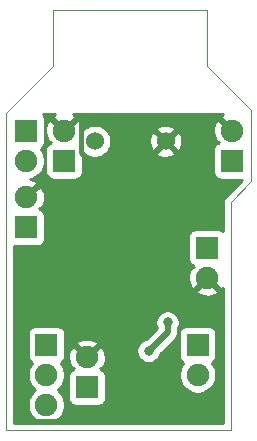
<source format=gbr>
%TF.GenerationSoftware,KiCad,Pcbnew,(5.0.0-rc3-dev)*%
%TF.CreationDate,2019-02-19T23:08:01+00:00*%
%TF.ProjectId,solar_breakout,736F6C61725F627265616B6F75742E6B,rev?*%
%TF.SameCoordinates,Original*%
%TF.FileFunction,Copper,L2,Bot,Signal*%
%TF.FilePolarity,Positive*%
%FSLAX46Y46*%
G04 Gerber Fmt 4.6, Leading zero omitted, Abs format (unit mm)*
G04 Created by KiCad (PCBNEW (5.0.0-rc3-dev)) date 02/19/19 23:08:01*
%MOMM*%
%LPD*%
G01*
G04 APERTURE LIST*
%ADD10C,0.010000*%
%ADD11C,1.524000*%
%ADD12C,1.900000*%
%ADD13R,1.900000X1.900000*%
%ADD14C,0.800000*%
%ADD15C,0.250000*%
%ADD16C,0.500000*%
%ADD17C,0.254000*%
G04 APERTURE END LIST*
D10*
X157700000Y-124300000D02*
X138700000Y-124300000D01*
X157700000Y-104950000D02*
X157700000Y-124300000D01*
X159450000Y-97200000D02*
X159450000Y-103200000D01*
X157700000Y-104950000D02*
X159450000Y-103200000D01*
X138700000Y-97450000D02*
X138700000Y-124300000D01*
X155700000Y-93450000D02*
X155700000Y-88700000D01*
X159450000Y-97200000D02*
X155700000Y-93450000D01*
X142700000Y-93450000D02*
X142700000Y-88700000D01*
X138700000Y-97450000D02*
X142700000Y-93450000D01*
X155700000Y-88700000D02*
X142700000Y-88700000D01*
D11*
X146200000Y-99822000D03*
X152200000Y-99822000D03*
D12*
X142100000Y-122140000D03*
X142100000Y-119600000D03*
D13*
X142100000Y-117060000D03*
D12*
X157800000Y-98930000D03*
D13*
X157800000Y-101470000D03*
X145542000Y-120650000D03*
D12*
X145542000Y-118110000D03*
X140400000Y-104571800D03*
D13*
X140400000Y-107111800D03*
D12*
X155702000Y-111379000D03*
D13*
X155702000Y-108839000D03*
D12*
X143600000Y-98930000D03*
D13*
X143600000Y-101470000D03*
X154900000Y-117060000D03*
D12*
X154900000Y-119600000D03*
D13*
X140400000Y-98930000D03*
D12*
X140400000Y-101470000D03*
D14*
X146737437Y-113837129D03*
X148590000Y-114935000D03*
X154051000Y-114046000D03*
X147066000Y-106045000D03*
X149225000Y-112395000D03*
X150154640Y-102232460D03*
X152062180Y-104968040D03*
X150749000Y-117559999D03*
X152361000Y-115159989D03*
D15*
X145112999Y-98455221D02*
X145112999Y-100767139D01*
X145112999Y-100767139D02*
X145569940Y-101224080D01*
X145277840Y-98290380D02*
X145112999Y-98455221D01*
X144917160Y-98160840D02*
X144917160Y-100835460D01*
X144917160Y-100835460D02*
X145186400Y-101104700D01*
D16*
X140957300Y-123591320D02*
X143121380Y-123591320D01*
X152361000Y-115947999D02*
X150749000Y-117559999D01*
X152361000Y-115159989D02*
X152361000Y-115947999D01*
D17*
G36*
X142769579Y-97570958D02*
X142679853Y-97830248D01*
X143600000Y-98750395D01*
X144520147Y-97830248D01*
X144430421Y-97570958D01*
X144358111Y-97536000D01*
X157034981Y-97536000D01*
X156969579Y-97570958D01*
X156879853Y-97830248D01*
X157800000Y-98750395D01*
X157814143Y-98736253D01*
X157993748Y-98915858D01*
X157979605Y-98930000D01*
X157993748Y-98944143D01*
X157814143Y-99123748D01*
X157800000Y-99109605D01*
X157785858Y-99123748D01*
X157606253Y-98944143D01*
X157620395Y-98930000D01*
X156700248Y-98009853D01*
X156440958Y-98099579D01*
X156305065Y-98380671D01*
X156226621Y-98682873D01*
X156208641Y-98994573D01*
X156251816Y-99303791D01*
X156354487Y-99598644D01*
X156440958Y-99760421D01*
X156700246Y-99850146D01*
X156626022Y-99924370D01*
X156605820Y-99930498D01*
X156495506Y-99989463D01*
X156398815Y-100068815D01*
X156319463Y-100165506D01*
X156260498Y-100275820D01*
X156224188Y-100395518D01*
X156211928Y-100520000D01*
X156211928Y-102420000D01*
X156224188Y-102544482D01*
X156260498Y-102664180D01*
X156319463Y-102774494D01*
X156398815Y-102871185D01*
X156495506Y-102950537D01*
X156605820Y-103009502D01*
X156725518Y-103045812D01*
X156850000Y-103058072D01*
X158686832Y-103058072D01*
X157269687Y-104475217D01*
X157245262Y-104495262D01*
X157165285Y-104592716D01*
X157105857Y-104703899D01*
X157070963Y-104818927D01*
X157069261Y-104824539D01*
X157056904Y-104950000D01*
X157060000Y-104981434D01*
X157060000Y-107402374D01*
X157006494Y-107358463D01*
X156896180Y-107299498D01*
X156776482Y-107263188D01*
X156652000Y-107250928D01*
X154752000Y-107250928D01*
X154627518Y-107263188D01*
X154507820Y-107299498D01*
X154397506Y-107358463D01*
X154300815Y-107437815D01*
X154221463Y-107534506D01*
X154162498Y-107644820D01*
X154126188Y-107764518D01*
X154113928Y-107889000D01*
X154113928Y-109789000D01*
X154126188Y-109913482D01*
X154162498Y-110033180D01*
X154221463Y-110143494D01*
X154300815Y-110240185D01*
X154397506Y-110319537D01*
X154507820Y-110378502D01*
X154528022Y-110384630D01*
X154602246Y-110458854D01*
X154342958Y-110548579D01*
X154207065Y-110829671D01*
X154128621Y-111131873D01*
X154110641Y-111443573D01*
X154153816Y-111752791D01*
X154256487Y-112047644D01*
X154342958Y-112209421D01*
X154602248Y-112299147D01*
X155522395Y-111379000D01*
X155508253Y-111364858D01*
X155687858Y-111185253D01*
X155702000Y-111199395D01*
X155716143Y-111185253D01*
X155895748Y-111364858D01*
X155881605Y-111379000D01*
X156801752Y-112299147D01*
X157060000Y-112209781D01*
X157060001Y-123660000D01*
X142572199Y-123660000D01*
X142850779Y-123544609D01*
X143110379Y-123371150D01*
X143331150Y-123150379D01*
X143504609Y-122890779D01*
X143624089Y-122602327D01*
X143685000Y-122296109D01*
X143685000Y-121983891D01*
X143624089Y-121677673D01*
X143504609Y-121389221D01*
X143331150Y-121129621D01*
X143110379Y-120908850D01*
X143052236Y-120870000D01*
X143110379Y-120831150D01*
X143331150Y-120610379D01*
X143504609Y-120350779D01*
X143624089Y-120062327D01*
X143685000Y-119756109D01*
X143685000Y-119443891D01*
X143624089Y-119137673D01*
X143504609Y-118849221D01*
X143331150Y-118589621D01*
X143324711Y-118583182D01*
X143404494Y-118540537D01*
X143501185Y-118461185D01*
X143580537Y-118364494D01*
X143639502Y-118254180D01*
X143663650Y-118174573D01*
X143950641Y-118174573D01*
X143993816Y-118483791D01*
X144096487Y-118778644D01*
X144182958Y-118940421D01*
X144442246Y-119030146D01*
X144368022Y-119104370D01*
X144347820Y-119110498D01*
X144237506Y-119169463D01*
X144140815Y-119248815D01*
X144061463Y-119345506D01*
X144002498Y-119455820D01*
X143966188Y-119575518D01*
X143953928Y-119700000D01*
X143953928Y-121600000D01*
X143966188Y-121724482D01*
X144002498Y-121844180D01*
X144061463Y-121954494D01*
X144140815Y-122051185D01*
X144237506Y-122130537D01*
X144347820Y-122189502D01*
X144467518Y-122225812D01*
X144592000Y-122238072D01*
X146492000Y-122238072D01*
X146616482Y-122225812D01*
X146736180Y-122189502D01*
X146846494Y-122130537D01*
X146943185Y-122051185D01*
X147022537Y-121954494D01*
X147081502Y-121844180D01*
X147117812Y-121724482D01*
X147130072Y-121600000D01*
X147130072Y-119700000D01*
X147117812Y-119575518D01*
X147081502Y-119455820D01*
X147022537Y-119345506D01*
X146943185Y-119248815D01*
X146846494Y-119169463D01*
X146736180Y-119110498D01*
X146715978Y-119104370D01*
X146641754Y-119030146D01*
X146901042Y-118940421D01*
X147036935Y-118659329D01*
X147115379Y-118357127D01*
X147133359Y-118045427D01*
X147090184Y-117736209D01*
X146993330Y-117458060D01*
X149714000Y-117458060D01*
X149714000Y-117661938D01*
X149753774Y-117861897D01*
X149831795Y-118050255D01*
X149945063Y-118219773D01*
X150089226Y-118363936D01*
X150258744Y-118477204D01*
X150447102Y-118555225D01*
X150647061Y-118594999D01*
X150850939Y-118594999D01*
X151050898Y-118555225D01*
X151239256Y-118477204D01*
X151408774Y-118363936D01*
X151552937Y-118219773D01*
X151666205Y-118050255D01*
X151744226Y-117861897D01*
X151755535Y-117805042D01*
X152956049Y-116604529D01*
X152989817Y-116576816D01*
X153022805Y-116536621D01*
X153100410Y-116442059D01*
X153182588Y-116288313D01*
X153182589Y-116288312D01*
X153233195Y-116121489D01*
X153234326Y-116110000D01*
X153311928Y-116110000D01*
X153311928Y-118010000D01*
X153324188Y-118134482D01*
X153360498Y-118254180D01*
X153419463Y-118364494D01*
X153498815Y-118461185D01*
X153595506Y-118540537D01*
X153675289Y-118583182D01*
X153668850Y-118589621D01*
X153495391Y-118849221D01*
X153375911Y-119137673D01*
X153315000Y-119443891D01*
X153315000Y-119756109D01*
X153375911Y-120062327D01*
X153495391Y-120350779D01*
X153668850Y-120610379D01*
X153889621Y-120831150D01*
X154149221Y-121004609D01*
X154437673Y-121124089D01*
X154743891Y-121185000D01*
X155056109Y-121185000D01*
X155362327Y-121124089D01*
X155650779Y-121004609D01*
X155910379Y-120831150D01*
X156131150Y-120610379D01*
X156304609Y-120350779D01*
X156424089Y-120062327D01*
X156485000Y-119756109D01*
X156485000Y-119443891D01*
X156424089Y-119137673D01*
X156304609Y-118849221D01*
X156131150Y-118589621D01*
X156124711Y-118583182D01*
X156204494Y-118540537D01*
X156301185Y-118461185D01*
X156380537Y-118364494D01*
X156439502Y-118254180D01*
X156475812Y-118134482D01*
X156488072Y-118010000D01*
X156488072Y-116110000D01*
X156475812Y-115985518D01*
X156439502Y-115865820D01*
X156380537Y-115755506D01*
X156301185Y-115658815D01*
X156204494Y-115579463D01*
X156094180Y-115520498D01*
X155974482Y-115484188D01*
X155850000Y-115471928D01*
X153950000Y-115471928D01*
X153825518Y-115484188D01*
X153705820Y-115520498D01*
X153595506Y-115579463D01*
X153498815Y-115658815D01*
X153419463Y-115755506D01*
X153360498Y-115865820D01*
X153324188Y-115985518D01*
X153311928Y-116110000D01*
X153234326Y-116110000D01*
X153246000Y-115991476D01*
X153246000Y-115991466D01*
X153250281Y-115948000D01*
X153246000Y-115904534D01*
X153246000Y-115698443D01*
X153278205Y-115650245D01*
X153356226Y-115461887D01*
X153396000Y-115261928D01*
X153396000Y-115058050D01*
X153356226Y-114858091D01*
X153278205Y-114669733D01*
X153164937Y-114500215D01*
X153020774Y-114356052D01*
X152851256Y-114242784D01*
X152662898Y-114164763D01*
X152462939Y-114124989D01*
X152259061Y-114124989D01*
X152059102Y-114164763D01*
X151870744Y-114242784D01*
X151701226Y-114356052D01*
X151557063Y-114500215D01*
X151443795Y-114669733D01*
X151365774Y-114858091D01*
X151326000Y-115058050D01*
X151326000Y-115261928D01*
X151365774Y-115461887D01*
X151433069Y-115624351D01*
X150503957Y-116553464D01*
X150447102Y-116564773D01*
X150258744Y-116642794D01*
X150089226Y-116756062D01*
X149945063Y-116900225D01*
X149831795Y-117069743D01*
X149753774Y-117258101D01*
X149714000Y-117458060D01*
X146993330Y-117458060D01*
X146987513Y-117441356D01*
X146901042Y-117279579D01*
X146641752Y-117189853D01*
X145721605Y-118110000D01*
X145735748Y-118124143D01*
X145556143Y-118303748D01*
X145542000Y-118289605D01*
X145527858Y-118303748D01*
X145348253Y-118124143D01*
X145362395Y-118110000D01*
X144442248Y-117189853D01*
X144182958Y-117279579D01*
X144047065Y-117560671D01*
X143968621Y-117862873D01*
X143950641Y-118174573D01*
X143663650Y-118174573D01*
X143675812Y-118134482D01*
X143688072Y-118010000D01*
X143688072Y-117010248D01*
X144621853Y-117010248D01*
X145542000Y-117930395D01*
X146462147Y-117010248D01*
X146372421Y-116750958D01*
X146091329Y-116615065D01*
X145789127Y-116536621D01*
X145477427Y-116518641D01*
X145168209Y-116561816D01*
X144873356Y-116664487D01*
X144711579Y-116750958D01*
X144621853Y-117010248D01*
X143688072Y-117010248D01*
X143688072Y-116110000D01*
X143675812Y-115985518D01*
X143639502Y-115865820D01*
X143580537Y-115755506D01*
X143501185Y-115658815D01*
X143404494Y-115579463D01*
X143294180Y-115520498D01*
X143174482Y-115484188D01*
X143050000Y-115471928D01*
X141150000Y-115471928D01*
X141025518Y-115484188D01*
X140905820Y-115520498D01*
X140795506Y-115579463D01*
X140698815Y-115658815D01*
X140619463Y-115755506D01*
X140560498Y-115865820D01*
X140524188Y-115985518D01*
X140511928Y-116110000D01*
X140511928Y-118010000D01*
X140524188Y-118134482D01*
X140560498Y-118254180D01*
X140619463Y-118364494D01*
X140698815Y-118461185D01*
X140795506Y-118540537D01*
X140875289Y-118583182D01*
X140868850Y-118589621D01*
X140695391Y-118849221D01*
X140575911Y-119137673D01*
X140515000Y-119443891D01*
X140515000Y-119756109D01*
X140575911Y-120062327D01*
X140695391Y-120350779D01*
X140868850Y-120610379D01*
X141089621Y-120831150D01*
X141147764Y-120870000D01*
X141089621Y-120908850D01*
X140868850Y-121129621D01*
X140695391Y-121389221D01*
X140575911Y-121677673D01*
X140515000Y-121983891D01*
X140515000Y-122296109D01*
X140575911Y-122602327D01*
X140695391Y-122890779D01*
X140868850Y-123150379D01*
X141089621Y-123371150D01*
X141349221Y-123544609D01*
X141627801Y-123660000D01*
X139340000Y-123660000D01*
X139340000Y-112478752D01*
X154781853Y-112478752D01*
X154871579Y-112738042D01*
X155152671Y-112873935D01*
X155454873Y-112952379D01*
X155766573Y-112970359D01*
X156075791Y-112927184D01*
X156370644Y-112824513D01*
X156532421Y-112738042D01*
X156622147Y-112478752D01*
X155702000Y-111558605D01*
X154781853Y-112478752D01*
X139340000Y-112478752D01*
X139340000Y-108689038D01*
X139450000Y-108699872D01*
X141350000Y-108699872D01*
X141474482Y-108687612D01*
X141594180Y-108651302D01*
X141704494Y-108592337D01*
X141801185Y-108512985D01*
X141880537Y-108416294D01*
X141939502Y-108305980D01*
X141975812Y-108186282D01*
X141988072Y-108061800D01*
X141988072Y-106161800D01*
X141975812Y-106037318D01*
X141939502Y-105917620D01*
X141880537Y-105807306D01*
X141801185Y-105710615D01*
X141704494Y-105631263D01*
X141594180Y-105572298D01*
X141573978Y-105566170D01*
X141499754Y-105491946D01*
X141759042Y-105402221D01*
X141894935Y-105121129D01*
X141973379Y-104818927D01*
X141991359Y-104507227D01*
X141948184Y-104198009D01*
X141845513Y-103903156D01*
X141759042Y-103741379D01*
X141499752Y-103651653D01*
X140579605Y-104571800D01*
X140593748Y-104585943D01*
X140414143Y-104765548D01*
X140400000Y-104751405D01*
X140385858Y-104765548D01*
X140206253Y-104585943D01*
X140220395Y-104571800D01*
X140206253Y-104557658D01*
X140385858Y-104378053D01*
X140400000Y-104392195D01*
X141320147Y-103472048D01*
X141230421Y-103212758D01*
X140949329Y-103076865D01*
X140731042Y-103020203D01*
X140862327Y-102994089D01*
X141150779Y-102874609D01*
X141410379Y-102701150D01*
X141631150Y-102480379D01*
X141804609Y-102220779D01*
X141924089Y-101932327D01*
X141985000Y-101626109D01*
X141985000Y-101313891D01*
X141924089Y-101007673D01*
X141804609Y-100719221D01*
X141631150Y-100459621D01*
X141624711Y-100453182D01*
X141704494Y-100410537D01*
X141801185Y-100331185D01*
X141880537Y-100234494D01*
X141939502Y-100124180D01*
X141975812Y-100004482D01*
X141988072Y-99880000D01*
X141988072Y-98994573D01*
X142008641Y-98994573D01*
X142051816Y-99303791D01*
X142154487Y-99598644D01*
X142240958Y-99760421D01*
X142500246Y-99850146D01*
X142426022Y-99924370D01*
X142405820Y-99930498D01*
X142295506Y-99989463D01*
X142198815Y-100068815D01*
X142119463Y-100165506D01*
X142060498Y-100275820D01*
X142024188Y-100395518D01*
X142011928Y-100520000D01*
X142011928Y-102420000D01*
X142024188Y-102544482D01*
X142060498Y-102664180D01*
X142119463Y-102774494D01*
X142198815Y-102871185D01*
X142295506Y-102950537D01*
X142405820Y-103009502D01*
X142525518Y-103045812D01*
X142650000Y-103058072D01*
X144550000Y-103058072D01*
X144674482Y-103045812D01*
X144794180Y-103009502D01*
X144904494Y-102950537D01*
X145001185Y-102871185D01*
X145080537Y-102774494D01*
X145139502Y-102664180D01*
X145175812Y-102544482D01*
X145188072Y-102420000D01*
X145188072Y-100785727D01*
X145309465Y-100907120D01*
X145538273Y-101060005D01*
X145792510Y-101165314D01*
X146062408Y-101219000D01*
X146337592Y-101219000D01*
X146607490Y-101165314D01*
X146861727Y-101060005D01*
X147090535Y-100907120D01*
X147210090Y-100787565D01*
X151414040Y-100787565D01*
X151481020Y-101027656D01*
X151730048Y-101144756D01*
X151997135Y-101211023D01*
X152272017Y-101223910D01*
X152544133Y-101182922D01*
X152803023Y-101089636D01*
X152918980Y-101027656D01*
X152985960Y-100787565D01*
X152200000Y-100001605D01*
X151414040Y-100787565D01*
X147210090Y-100787565D01*
X147285120Y-100712535D01*
X147438005Y-100483727D01*
X147543314Y-100229490D01*
X147597000Y-99959592D01*
X147597000Y-99894017D01*
X150798090Y-99894017D01*
X150839078Y-100166133D01*
X150932364Y-100425023D01*
X150994344Y-100540980D01*
X151234435Y-100607960D01*
X152020395Y-99822000D01*
X152379605Y-99822000D01*
X153165565Y-100607960D01*
X153405656Y-100540980D01*
X153522756Y-100291952D01*
X153589023Y-100024865D01*
X153601910Y-99749983D01*
X153560922Y-99477867D01*
X153467636Y-99218977D01*
X153405656Y-99103020D01*
X153165565Y-99036040D01*
X152379605Y-99822000D01*
X152020395Y-99822000D01*
X151234435Y-99036040D01*
X150994344Y-99103020D01*
X150877244Y-99352048D01*
X150810977Y-99619135D01*
X150798090Y-99894017D01*
X147597000Y-99894017D01*
X147597000Y-99684408D01*
X147543314Y-99414510D01*
X147438005Y-99160273D01*
X147285120Y-98931465D01*
X147210090Y-98856435D01*
X151414040Y-98856435D01*
X152200000Y-99642395D01*
X152985960Y-98856435D01*
X152918980Y-98616344D01*
X152669952Y-98499244D01*
X152402865Y-98432977D01*
X152127983Y-98420090D01*
X151855867Y-98461078D01*
X151596977Y-98554364D01*
X151481020Y-98616344D01*
X151414040Y-98856435D01*
X147210090Y-98856435D01*
X147090535Y-98736880D01*
X146861727Y-98583995D01*
X146607490Y-98478686D01*
X146337592Y-98425000D01*
X146062408Y-98425000D01*
X145792510Y-98478686D01*
X145538273Y-98583995D01*
X145309465Y-98736880D01*
X145190080Y-98856265D01*
X145148184Y-98556209D01*
X145045513Y-98261356D01*
X144959042Y-98099579D01*
X144699752Y-98009853D01*
X143779605Y-98930000D01*
X143793748Y-98944143D01*
X143614143Y-99123748D01*
X143600000Y-99109605D01*
X143585858Y-99123748D01*
X143406253Y-98944143D01*
X143420395Y-98930000D01*
X142500248Y-98009853D01*
X142240958Y-98099579D01*
X142105065Y-98380671D01*
X142026621Y-98682873D01*
X142008641Y-98994573D01*
X141988072Y-98994573D01*
X141988072Y-97980000D01*
X141975812Y-97855518D01*
X141939502Y-97735820D01*
X141880537Y-97625506D01*
X141807082Y-97536000D01*
X142834981Y-97536000D01*
X142769579Y-97570958D01*
X142769579Y-97570958D01*
G37*
X142769579Y-97570958D02*
X142679853Y-97830248D01*
X143600000Y-98750395D01*
X144520147Y-97830248D01*
X144430421Y-97570958D01*
X144358111Y-97536000D01*
X157034981Y-97536000D01*
X156969579Y-97570958D01*
X156879853Y-97830248D01*
X157800000Y-98750395D01*
X157814143Y-98736253D01*
X157993748Y-98915858D01*
X157979605Y-98930000D01*
X157993748Y-98944143D01*
X157814143Y-99123748D01*
X157800000Y-99109605D01*
X157785858Y-99123748D01*
X157606253Y-98944143D01*
X157620395Y-98930000D01*
X156700248Y-98009853D01*
X156440958Y-98099579D01*
X156305065Y-98380671D01*
X156226621Y-98682873D01*
X156208641Y-98994573D01*
X156251816Y-99303791D01*
X156354487Y-99598644D01*
X156440958Y-99760421D01*
X156700246Y-99850146D01*
X156626022Y-99924370D01*
X156605820Y-99930498D01*
X156495506Y-99989463D01*
X156398815Y-100068815D01*
X156319463Y-100165506D01*
X156260498Y-100275820D01*
X156224188Y-100395518D01*
X156211928Y-100520000D01*
X156211928Y-102420000D01*
X156224188Y-102544482D01*
X156260498Y-102664180D01*
X156319463Y-102774494D01*
X156398815Y-102871185D01*
X156495506Y-102950537D01*
X156605820Y-103009502D01*
X156725518Y-103045812D01*
X156850000Y-103058072D01*
X158686832Y-103058072D01*
X157269687Y-104475217D01*
X157245262Y-104495262D01*
X157165285Y-104592716D01*
X157105857Y-104703899D01*
X157070963Y-104818927D01*
X157069261Y-104824539D01*
X157056904Y-104950000D01*
X157060000Y-104981434D01*
X157060000Y-107402374D01*
X157006494Y-107358463D01*
X156896180Y-107299498D01*
X156776482Y-107263188D01*
X156652000Y-107250928D01*
X154752000Y-107250928D01*
X154627518Y-107263188D01*
X154507820Y-107299498D01*
X154397506Y-107358463D01*
X154300815Y-107437815D01*
X154221463Y-107534506D01*
X154162498Y-107644820D01*
X154126188Y-107764518D01*
X154113928Y-107889000D01*
X154113928Y-109789000D01*
X154126188Y-109913482D01*
X154162498Y-110033180D01*
X154221463Y-110143494D01*
X154300815Y-110240185D01*
X154397506Y-110319537D01*
X154507820Y-110378502D01*
X154528022Y-110384630D01*
X154602246Y-110458854D01*
X154342958Y-110548579D01*
X154207065Y-110829671D01*
X154128621Y-111131873D01*
X154110641Y-111443573D01*
X154153816Y-111752791D01*
X154256487Y-112047644D01*
X154342958Y-112209421D01*
X154602248Y-112299147D01*
X155522395Y-111379000D01*
X155508253Y-111364858D01*
X155687858Y-111185253D01*
X155702000Y-111199395D01*
X155716143Y-111185253D01*
X155895748Y-111364858D01*
X155881605Y-111379000D01*
X156801752Y-112299147D01*
X157060000Y-112209781D01*
X157060001Y-123660000D01*
X142572199Y-123660000D01*
X142850779Y-123544609D01*
X143110379Y-123371150D01*
X143331150Y-123150379D01*
X143504609Y-122890779D01*
X143624089Y-122602327D01*
X143685000Y-122296109D01*
X143685000Y-121983891D01*
X143624089Y-121677673D01*
X143504609Y-121389221D01*
X143331150Y-121129621D01*
X143110379Y-120908850D01*
X143052236Y-120870000D01*
X143110379Y-120831150D01*
X143331150Y-120610379D01*
X143504609Y-120350779D01*
X143624089Y-120062327D01*
X143685000Y-119756109D01*
X143685000Y-119443891D01*
X143624089Y-119137673D01*
X143504609Y-118849221D01*
X143331150Y-118589621D01*
X143324711Y-118583182D01*
X143404494Y-118540537D01*
X143501185Y-118461185D01*
X143580537Y-118364494D01*
X143639502Y-118254180D01*
X143663650Y-118174573D01*
X143950641Y-118174573D01*
X143993816Y-118483791D01*
X144096487Y-118778644D01*
X144182958Y-118940421D01*
X144442246Y-119030146D01*
X144368022Y-119104370D01*
X144347820Y-119110498D01*
X144237506Y-119169463D01*
X144140815Y-119248815D01*
X144061463Y-119345506D01*
X144002498Y-119455820D01*
X143966188Y-119575518D01*
X143953928Y-119700000D01*
X143953928Y-121600000D01*
X143966188Y-121724482D01*
X144002498Y-121844180D01*
X144061463Y-121954494D01*
X144140815Y-122051185D01*
X144237506Y-122130537D01*
X144347820Y-122189502D01*
X144467518Y-122225812D01*
X144592000Y-122238072D01*
X146492000Y-122238072D01*
X146616482Y-122225812D01*
X146736180Y-122189502D01*
X146846494Y-122130537D01*
X146943185Y-122051185D01*
X147022537Y-121954494D01*
X147081502Y-121844180D01*
X147117812Y-121724482D01*
X147130072Y-121600000D01*
X147130072Y-119700000D01*
X147117812Y-119575518D01*
X147081502Y-119455820D01*
X147022537Y-119345506D01*
X146943185Y-119248815D01*
X146846494Y-119169463D01*
X146736180Y-119110498D01*
X146715978Y-119104370D01*
X146641754Y-119030146D01*
X146901042Y-118940421D01*
X147036935Y-118659329D01*
X147115379Y-118357127D01*
X147133359Y-118045427D01*
X147090184Y-117736209D01*
X146993330Y-117458060D01*
X149714000Y-117458060D01*
X149714000Y-117661938D01*
X149753774Y-117861897D01*
X149831795Y-118050255D01*
X149945063Y-118219773D01*
X150089226Y-118363936D01*
X150258744Y-118477204D01*
X150447102Y-118555225D01*
X150647061Y-118594999D01*
X150850939Y-118594999D01*
X151050898Y-118555225D01*
X151239256Y-118477204D01*
X151408774Y-118363936D01*
X151552937Y-118219773D01*
X151666205Y-118050255D01*
X151744226Y-117861897D01*
X151755535Y-117805042D01*
X152956049Y-116604529D01*
X152989817Y-116576816D01*
X153022805Y-116536621D01*
X153100410Y-116442059D01*
X153182588Y-116288313D01*
X153182589Y-116288312D01*
X153233195Y-116121489D01*
X153234326Y-116110000D01*
X153311928Y-116110000D01*
X153311928Y-118010000D01*
X153324188Y-118134482D01*
X153360498Y-118254180D01*
X153419463Y-118364494D01*
X153498815Y-118461185D01*
X153595506Y-118540537D01*
X153675289Y-118583182D01*
X153668850Y-118589621D01*
X153495391Y-118849221D01*
X153375911Y-119137673D01*
X153315000Y-119443891D01*
X153315000Y-119756109D01*
X153375911Y-120062327D01*
X153495391Y-120350779D01*
X153668850Y-120610379D01*
X153889621Y-120831150D01*
X154149221Y-121004609D01*
X154437673Y-121124089D01*
X154743891Y-121185000D01*
X155056109Y-121185000D01*
X155362327Y-121124089D01*
X155650779Y-121004609D01*
X155910379Y-120831150D01*
X156131150Y-120610379D01*
X156304609Y-120350779D01*
X156424089Y-120062327D01*
X156485000Y-119756109D01*
X156485000Y-119443891D01*
X156424089Y-119137673D01*
X156304609Y-118849221D01*
X156131150Y-118589621D01*
X156124711Y-118583182D01*
X156204494Y-118540537D01*
X156301185Y-118461185D01*
X156380537Y-118364494D01*
X156439502Y-118254180D01*
X156475812Y-118134482D01*
X156488072Y-118010000D01*
X156488072Y-116110000D01*
X156475812Y-115985518D01*
X156439502Y-115865820D01*
X156380537Y-115755506D01*
X156301185Y-115658815D01*
X156204494Y-115579463D01*
X156094180Y-115520498D01*
X155974482Y-115484188D01*
X155850000Y-115471928D01*
X153950000Y-115471928D01*
X153825518Y-115484188D01*
X153705820Y-115520498D01*
X153595506Y-115579463D01*
X153498815Y-115658815D01*
X153419463Y-115755506D01*
X153360498Y-115865820D01*
X153324188Y-115985518D01*
X153311928Y-116110000D01*
X153234326Y-116110000D01*
X153246000Y-115991476D01*
X153246000Y-115991466D01*
X153250281Y-115948000D01*
X153246000Y-115904534D01*
X153246000Y-115698443D01*
X153278205Y-115650245D01*
X153356226Y-115461887D01*
X153396000Y-115261928D01*
X153396000Y-115058050D01*
X153356226Y-114858091D01*
X153278205Y-114669733D01*
X153164937Y-114500215D01*
X153020774Y-114356052D01*
X152851256Y-114242784D01*
X152662898Y-114164763D01*
X152462939Y-114124989D01*
X152259061Y-114124989D01*
X152059102Y-114164763D01*
X151870744Y-114242784D01*
X151701226Y-114356052D01*
X151557063Y-114500215D01*
X151443795Y-114669733D01*
X151365774Y-114858091D01*
X151326000Y-115058050D01*
X151326000Y-115261928D01*
X151365774Y-115461887D01*
X151433069Y-115624351D01*
X150503957Y-116553464D01*
X150447102Y-116564773D01*
X150258744Y-116642794D01*
X150089226Y-116756062D01*
X149945063Y-116900225D01*
X149831795Y-117069743D01*
X149753774Y-117258101D01*
X149714000Y-117458060D01*
X146993330Y-117458060D01*
X146987513Y-117441356D01*
X146901042Y-117279579D01*
X146641752Y-117189853D01*
X145721605Y-118110000D01*
X145735748Y-118124143D01*
X145556143Y-118303748D01*
X145542000Y-118289605D01*
X145527858Y-118303748D01*
X145348253Y-118124143D01*
X145362395Y-118110000D01*
X144442248Y-117189853D01*
X144182958Y-117279579D01*
X144047065Y-117560671D01*
X143968621Y-117862873D01*
X143950641Y-118174573D01*
X143663650Y-118174573D01*
X143675812Y-118134482D01*
X143688072Y-118010000D01*
X143688072Y-117010248D01*
X144621853Y-117010248D01*
X145542000Y-117930395D01*
X146462147Y-117010248D01*
X146372421Y-116750958D01*
X146091329Y-116615065D01*
X145789127Y-116536621D01*
X145477427Y-116518641D01*
X145168209Y-116561816D01*
X144873356Y-116664487D01*
X144711579Y-116750958D01*
X144621853Y-117010248D01*
X143688072Y-117010248D01*
X143688072Y-116110000D01*
X143675812Y-115985518D01*
X143639502Y-115865820D01*
X143580537Y-115755506D01*
X143501185Y-115658815D01*
X143404494Y-115579463D01*
X143294180Y-115520498D01*
X143174482Y-115484188D01*
X143050000Y-115471928D01*
X141150000Y-115471928D01*
X141025518Y-115484188D01*
X140905820Y-115520498D01*
X140795506Y-115579463D01*
X140698815Y-115658815D01*
X140619463Y-115755506D01*
X140560498Y-115865820D01*
X140524188Y-115985518D01*
X140511928Y-116110000D01*
X140511928Y-118010000D01*
X140524188Y-118134482D01*
X140560498Y-118254180D01*
X140619463Y-118364494D01*
X140698815Y-118461185D01*
X140795506Y-118540537D01*
X140875289Y-118583182D01*
X140868850Y-118589621D01*
X140695391Y-118849221D01*
X140575911Y-119137673D01*
X140515000Y-119443891D01*
X140515000Y-119756109D01*
X140575911Y-120062327D01*
X140695391Y-120350779D01*
X140868850Y-120610379D01*
X141089621Y-120831150D01*
X141147764Y-120870000D01*
X141089621Y-120908850D01*
X140868850Y-121129621D01*
X140695391Y-121389221D01*
X140575911Y-121677673D01*
X140515000Y-121983891D01*
X140515000Y-122296109D01*
X140575911Y-122602327D01*
X140695391Y-122890779D01*
X140868850Y-123150379D01*
X141089621Y-123371150D01*
X141349221Y-123544609D01*
X141627801Y-123660000D01*
X139340000Y-123660000D01*
X139340000Y-112478752D01*
X154781853Y-112478752D01*
X154871579Y-112738042D01*
X155152671Y-112873935D01*
X155454873Y-112952379D01*
X155766573Y-112970359D01*
X156075791Y-112927184D01*
X156370644Y-112824513D01*
X156532421Y-112738042D01*
X156622147Y-112478752D01*
X155702000Y-111558605D01*
X154781853Y-112478752D01*
X139340000Y-112478752D01*
X139340000Y-108689038D01*
X139450000Y-108699872D01*
X141350000Y-108699872D01*
X141474482Y-108687612D01*
X141594180Y-108651302D01*
X141704494Y-108592337D01*
X141801185Y-108512985D01*
X141880537Y-108416294D01*
X141939502Y-108305980D01*
X141975812Y-108186282D01*
X141988072Y-108061800D01*
X141988072Y-106161800D01*
X141975812Y-106037318D01*
X141939502Y-105917620D01*
X141880537Y-105807306D01*
X141801185Y-105710615D01*
X141704494Y-105631263D01*
X141594180Y-105572298D01*
X141573978Y-105566170D01*
X141499754Y-105491946D01*
X141759042Y-105402221D01*
X141894935Y-105121129D01*
X141973379Y-104818927D01*
X141991359Y-104507227D01*
X141948184Y-104198009D01*
X141845513Y-103903156D01*
X141759042Y-103741379D01*
X141499752Y-103651653D01*
X140579605Y-104571800D01*
X140593748Y-104585943D01*
X140414143Y-104765548D01*
X140400000Y-104751405D01*
X140385858Y-104765548D01*
X140206253Y-104585943D01*
X140220395Y-104571800D01*
X140206253Y-104557658D01*
X140385858Y-104378053D01*
X140400000Y-104392195D01*
X141320147Y-103472048D01*
X141230421Y-103212758D01*
X140949329Y-103076865D01*
X140731042Y-103020203D01*
X140862327Y-102994089D01*
X141150779Y-102874609D01*
X141410379Y-102701150D01*
X141631150Y-102480379D01*
X141804609Y-102220779D01*
X141924089Y-101932327D01*
X141985000Y-101626109D01*
X141985000Y-101313891D01*
X141924089Y-101007673D01*
X141804609Y-100719221D01*
X141631150Y-100459621D01*
X141624711Y-100453182D01*
X141704494Y-100410537D01*
X141801185Y-100331185D01*
X141880537Y-100234494D01*
X141939502Y-100124180D01*
X141975812Y-100004482D01*
X141988072Y-99880000D01*
X141988072Y-98994573D01*
X142008641Y-98994573D01*
X142051816Y-99303791D01*
X142154487Y-99598644D01*
X142240958Y-99760421D01*
X142500246Y-99850146D01*
X142426022Y-99924370D01*
X142405820Y-99930498D01*
X142295506Y-99989463D01*
X142198815Y-100068815D01*
X142119463Y-100165506D01*
X142060498Y-100275820D01*
X142024188Y-100395518D01*
X142011928Y-100520000D01*
X142011928Y-102420000D01*
X142024188Y-102544482D01*
X142060498Y-102664180D01*
X142119463Y-102774494D01*
X142198815Y-102871185D01*
X142295506Y-102950537D01*
X142405820Y-103009502D01*
X142525518Y-103045812D01*
X142650000Y-103058072D01*
X144550000Y-103058072D01*
X144674482Y-103045812D01*
X144794180Y-103009502D01*
X144904494Y-102950537D01*
X145001185Y-102871185D01*
X145080537Y-102774494D01*
X145139502Y-102664180D01*
X145175812Y-102544482D01*
X145188072Y-102420000D01*
X145188072Y-100785727D01*
X145309465Y-100907120D01*
X145538273Y-101060005D01*
X145792510Y-101165314D01*
X146062408Y-101219000D01*
X146337592Y-101219000D01*
X146607490Y-101165314D01*
X146861727Y-101060005D01*
X147090535Y-100907120D01*
X147210090Y-100787565D01*
X151414040Y-100787565D01*
X151481020Y-101027656D01*
X151730048Y-101144756D01*
X151997135Y-101211023D01*
X152272017Y-101223910D01*
X152544133Y-101182922D01*
X152803023Y-101089636D01*
X152918980Y-101027656D01*
X152985960Y-100787565D01*
X152200000Y-100001605D01*
X151414040Y-100787565D01*
X147210090Y-100787565D01*
X147285120Y-100712535D01*
X147438005Y-100483727D01*
X147543314Y-100229490D01*
X147597000Y-99959592D01*
X147597000Y-99894017D01*
X150798090Y-99894017D01*
X150839078Y-100166133D01*
X150932364Y-100425023D01*
X150994344Y-100540980D01*
X151234435Y-100607960D01*
X152020395Y-99822000D01*
X152379605Y-99822000D01*
X153165565Y-100607960D01*
X153405656Y-100540980D01*
X153522756Y-100291952D01*
X153589023Y-100024865D01*
X153601910Y-99749983D01*
X153560922Y-99477867D01*
X153467636Y-99218977D01*
X153405656Y-99103020D01*
X153165565Y-99036040D01*
X152379605Y-99822000D01*
X152020395Y-99822000D01*
X151234435Y-99036040D01*
X150994344Y-99103020D01*
X150877244Y-99352048D01*
X150810977Y-99619135D01*
X150798090Y-99894017D01*
X147597000Y-99894017D01*
X147597000Y-99684408D01*
X147543314Y-99414510D01*
X147438005Y-99160273D01*
X147285120Y-98931465D01*
X147210090Y-98856435D01*
X151414040Y-98856435D01*
X152200000Y-99642395D01*
X152985960Y-98856435D01*
X152918980Y-98616344D01*
X152669952Y-98499244D01*
X152402865Y-98432977D01*
X152127983Y-98420090D01*
X151855867Y-98461078D01*
X151596977Y-98554364D01*
X151481020Y-98616344D01*
X151414040Y-98856435D01*
X147210090Y-98856435D01*
X147090535Y-98736880D01*
X146861727Y-98583995D01*
X146607490Y-98478686D01*
X146337592Y-98425000D01*
X146062408Y-98425000D01*
X145792510Y-98478686D01*
X145538273Y-98583995D01*
X145309465Y-98736880D01*
X145190080Y-98856265D01*
X145148184Y-98556209D01*
X145045513Y-98261356D01*
X144959042Y-98099579D01*
X144699752Y-98009853D01*
X143779605Y-98930000D01*
X143793748Y-98944143D01*
X143614143Y-99123748D01*
X143600000Y-99109605D01*
X143585858Y-99123748D01*
X143406253Y-98944143D01*
X143420395Y-98930000D01*
X142500248Y-98009853D01*
X142240958Y-98099579D01*
X142105065Y-98380671D01*
X142026621Y-98682873D01*
X142008641Y-98994573D01*
X141988072Y-98994573D01*
X141988072Y-97980000D01*
X141975812Y-97855518D01*
X141939502Y-97735820D01*
X141880537Y-97625506D01*
X141807082Y-97536000D01*
X142834981Y-97536000D01*
X142769579Y-97570958D01*
M02*

</source>
